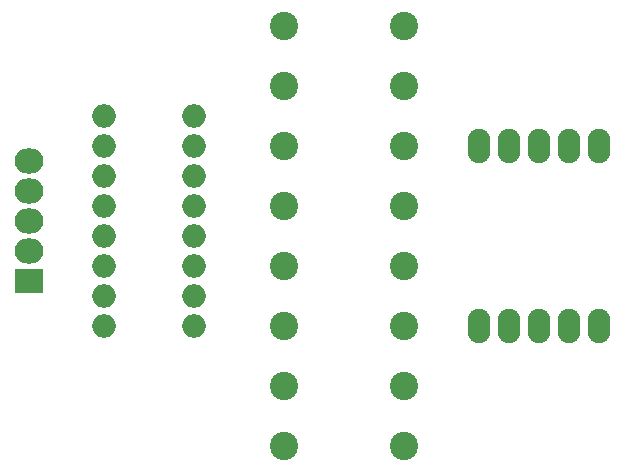
<source format=gbs>
G04 #@! TF.FileFunction,Soldermask,Bot*
%FSLAX46Y46*%
G04 Gerber Fmt 4.6, Leading zero omitted, Abs format (unit mm)*
G04 Created by KiCad (PCBNEW 4.0.2-stable) date Monday, September 05, 2016 'PMt' 12:23:40 PM*
%MOMM*%
G01*
G04 APERTURE LIST*
%ADD10C,0.100000*%
%ADD11R,2.432000X2.127200*%
%ADD12O,2.432000X2.127200*%
%ADD13C,2.398980*%
%ADD14O,1.924000X2.924000*%
%ADD15O,2.000000X2.000000*%
G04 APERTURE END LIST*
D10*
D11*
X113030000Y-93980000D03*
D12*
X113030000Y-91440000D03*
X113030000Y-88900000D03*
X113030000Y-86360000D03*
X113030000Y-83820000D03*
D13*
X134620000Y-72390000D03*
X144780000Y-72390000D03*
X134620000Y-77470000D03*
X144780000Y-77470000D03*
X134620000Y-82550000D03*
X144780000Y-82550000D03*
X134620000Y-87630000D03*
X144780000Y-87630000D03*
X134620000Y-92710000D03*
X144780000Y-92710000D03*
X134620000Y-97790000D03*
X144780000Y-97790000D03*
X134620000Y-102870000D03*
X144780000Y-102870000D03*
X134620000Y-107950000D03*
X144780000Y-107950000D03*
D14*
X151130000Y-97790000D03*
X153670000Y-97790000D03*
X156210000Y-97790000D03*
X158750000Y-97790000D03*
X161290000Y-97790000D03*
X161290000Y-82550000D03*
X158750000Y-82550000D03*
X156210000Y-82550000D03*
X153670000Y-82550000D03*
X151130000Y-82550000D03*
D15*
X127000000Y-97790000D03*
X127000000Y-95250000D03*
X127000000Y-92710000D03*
X127000000Y-90170000D03*
X127000000Y-87630000D03*
X127000000Y-85090000D03*
X127000000Y-82550000D03*
X127000000Y-80010000D03*
X119380000Y-80010000D03*
X119380000Y-82550000D03*
X119380000Y-85090000D03*
X119380000Y-87630000D03*
X119380000Y-90170000D03*
X119380000Y-92710000D03*
X119380000Y-95250000D03*
X119380000Y-97790000D03*
M02*

</source>
